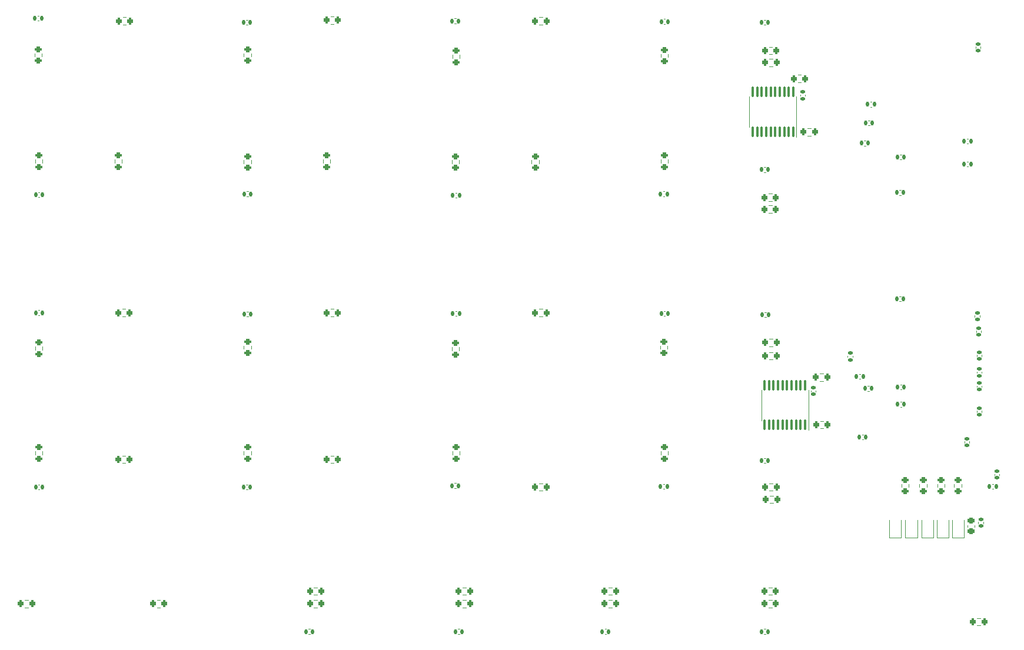
<source format=gbo>
%TF.GenerationSoftware,KiCad,Pcbnew,6.0.4-6f826c9f35~116~ubuntu20.04.1*%
%TF.CreationDate,2022-04-28T23:04:08-06:00*%
%TF.ProjectId,interface-brain,696e7465-7266-4616-9365-2d627261696e,rev?*%
%TF.SameCoordinates,Original*%
%TF.FileFunction,Legend,Bot*%
%TF.FilePolarity,Positive*%
%FSLAX46Y46*%
G04 Gerber Fmt 4.6, Leading zero omitted, Abs format (unit mm)*
G04 Created by KiCad (PCBNEW 6.0.4-6f826c9f35~116~ubuntu20.04.1) date 2022-04-28 23:04:08*
%MOMM*%
%LPD*%
G01*
G04 APERTURE LIST*
G04 Aperture macros list*
%AMRoundRect*
0 Rectangle with rounded corners*
0 $1 Rounding radius*
0 $2 $3 $4 $5 $6 $7 $8 $9 X,Y pos of 4 corners*
0 Add a 4 corners polygon primitive as box body*
4,1,4,$2,$3,$4,$5,$6,$7,$8,$9,$2,$3,0*
0 Add four circle primitives for the rounded corners*
1,1,$1+$1,$2,$3*
1,1,$1+$1,$4,$5*
1,1,$1+$1,$6,$7*
1,1,$1+$1,$8,$9*
0 Add four rect primitives between the rounded corners*
20,1,$1+$1,$2,$3,$4,$5,0*
20,1,$1+$1,$4,$5,$6,$7,0*
20,1,$1+$1,$6,$7,$8,$9,0*
20,1,$1+$1,$8,$9,$2,$3,0*%
G04 Aperture macros list end*
%ADD10C,0.120000*%
%ADD11R,1.700000X1.700000*%
%ADD12O,1.700000X1.700000*%
%ADD13C,3.200000*%
%ADD14R,2.000000X2.000000*%
%ADD15C,2.000000*%
%ADD16C,1.600000*%
%ADD17R,1.600000X1.600000*%
%ADD18RoundRect,0.140000X0.140000X0.170000X-0.140000X0.170000X-0.140000X-0.170000X0.140000X-0.170000X0*%
%ADD19RoundRect,0.200000X0.275000X-0.200000X0.275000X0.200000X-0.275000X0.200000X-0.275000X-0.200000X0*%
%ADD20R,0.450000X0.600000*%
%ADD21RoundRect,0.200000X-0.275000X0.200000X-0.275000X-0.200000X0.275000X-0.200000X0.275000X0.200000X0*%
%ADD22RoundRect,0.140000X-0.140000X-0.170000X0.140000X-0.170000X0.140000X0.170000X-0.140000X0.170000X0*%
%ADD23RoundRect,0.200000X-0.200000X-0.275000X0.200000X-0.275000X0.200000X0.275000X-0.200000X0.275000X0*%
%ADD24RoundRect,0.100000X0.100000X-0.637500X0.100000X0.637500X-0.100000X0.637500X-0.100000X-0.637500X0*%
%ADD25RoundRect,0.140000X-0.170000X0.140000X-0.170000X-0.140000X0.170000X-0.140000X0.170000X0.140000X0*%
%ADD26RoundRect,0.140000X0.170000X-0.140000X0.170000X0.140000X-0.170000X0.140000X-0.170000X-0.140000X0*%
%ADD27RoundRect,0.225000X-0.250000X0.225000X-0.250000X-0.225000X0.250000X-0.225000X0.250000X0.225000X0*%
G04 APERTURE END LIST*
D10*
%TO.C,C24*%
X147407836Y-45260000D02*
X147192164Y-45260000D01*
X147407836Y-44540000D02*
X147192164Y-44540000D01*
%TO.C,R18*%
X87077500Y-38237258D02*
X87077500Y-37762742D01*
X88122500Y-38237258D02*
X88122500Y-37762742D01*
%TO.C,R8*%
X159277500Y-100037258D02*
X159277500Y-99562742D01*
X160322500Y-100037258D02*
X160322500Y-99562742D01*
%TO.C,D1*%
X149950000Y-107300000D02*
X149950000Y-104750000D01*
X151650000Y-107300000D02*
X149950000Y-107300000D01*
X151650000Y-107300000D02*
X151650000Y-104750000D01*
%TO.C,R5*%
X151677500Y-100037258D02*
X151677500Y-99562742D01*
X152722500Y-100037258D02*
X152722500Y-99562742D01*
%TO.C,R9*%
X58122500Y-38037258D02*
X58122500Y-37562742D01*
X57077500Y-38037258D02*
X57077500Y-37562742D01*
%TO.C,R20*%
X88022500Y-52962742D02*
X88022500Y-53437258D01*
X86977500Y-52962742D02*
X86977500Y-53437258D01*
%TO.C,C21*%
X117607836Y-100260000D02*
X117392164Y-100260000D01*
X117607836Y-99540000D02*
X117392164Y-99540000D01*
%TO.C,R23*%
X27077500Y-94862742D02*
X27077500Y-95337258D01*
X28122500Y-94862742D02*
X28122500Y-95337258D01*
%TO.C,C50*%
X108992164Y-120440000D02*
X109207836Y-120440000D01*
X108992164Y-121160000D02*
X109207836Y-121160000D01*
%TO.C,C33*%
X131892164Y-54660000D02*
X132107836Y-54660000D01*
X131892164Y-53940000D02*
X132107836Y-53940000D01*
%TO.C,C3*%
X27707836Y-74540000D02*
X27492164Y-74540000D01*
X27707836Y-75260000D02*
X27492164Y-75260000D01*
%TO.C,R25*%
X162562742Y-119922500D02*
X163037258Y-119922500D01*
X162562742Y-118877500D02*
X163037258Y-118877500D01*
%TO.C,R31*%
X132562742Y-57777500D02*
X133037258Y-57777500D01*
X132562742Y-58822500D02*
X133037258Y-58822500D01*
%TO.C,R6*%
X154277500Y-100037258D02*
X154277500Y-99562742D01*
X155322500Y-100037258D02*
X155322500Y-99562742D01*
%TO.C,C29*%
X161307836Y-53140000D02*
X161092164Y-53140000D01*
X161307836Y-53860000D02*
X161092164Y-53860000D01*
%TO.C,U2*%
X138285000Y-88200000D02*
X138285000Y-86000000D01*
X131515000Y-88200000D02*
X131515000Y-90400000D01*
X138285000Y-88200000D02*
X138285000Y-91800000D01*
X131515000Y-88200000D02*
X131515000Y-86000000D01*
%TO.C,R3*%
X136762742Y-41722500D02*
X137237258Y-41722500D01*
X136762742Y-40677500D02*
X137237258Y-40677500D01*
%TO.C,C18*%
X117707836Y-33360000D02*
X117492164Y-33360000D01*
X117707836Y-32640000D02*
X117492164Y-32640000D01*
%TO.C,R35*%
X132562742Y-60522500D02*
X133037258Y-60522500D01*
X132562742Y-59477500D02*
X133037258Y-59477500D01*
%TO.C,C23*%
X151607836Y-72540000D02*
X151392164Y-72540000D01*
X151607836Y-73260000D02*
X151392164Y-73260000D01*
%TO.C,C10*%
X57707836Y-74740000D02*
X57492164Y-74740000D01*
X57707836Y-75460000D02*
X57492164Y-75460000D01*
%TO.C,C15*%
X87707836Y-58360000D02*
X87492164Y-58360000D01*
X87707836Y-57640000D02*
X87492164Y-57640000D01*
%TO.C,R7*%
X156877500Y-100037258D02*
X156877500Y-99562742D01*
X157922500Y-100037258D02*
X157922500Y-99562742D01*
%TO.C,R52*%
X109562742Y-115522500D02*
X110037258Y-115522500D01*
X109562742Y-114477500D02*
X110037258Y-114477500D01*
%TO.C,C12*%
X137140000Y-43492164D02*
X137140000Y-43707836D01*
X137860000Y-43492164D02*
X137860000Y-43707836D01*
%TO.C,C53*%
X164712164Y-99540000D02*
X164927836Y-99540000D01*
X164712164Y-100260000D02*
X164927836Y-100260000D01*
%TO.C,C19*%
X117607836Y-57440000D02*
X117392164Y-57440000D01*
X117607836Y-58160000D02*
X117392164Y-58160000D01*
%TO.C,R29*%
X39562742Y-95477500D02*
X40037258Y-95477500D01*
X39562742Y-96522500D02*
X40037258Y-96522500D01*
%TO.C,R21*%
X28122500Y-80237258D02*
X28122500Y-79762742D01*
X27077500Y-80237258D02*
X27077500Y-79762742D01*
%TO.C,C49*%
X87892164Y-121160000D02*
X88107836Y-121160000D01*
X87892164Y-120440000D02*
X88107836Y-120440000D01*
%TO.C,R28*%
X39562742Y-74377500D02*
X40037258Y-74377500D01*
X39562742Y-75422500D02*
X40037258Y-75422500D01*
%TO.C,C13*%
X139360000Y-86072164D02*
X139360000Y-86287836D01*
X138640000Y-86072164D02*
X138640000Y-86287836D01*
%TO.C,R51*%
X88562742Y-114477500D02*
X89037258Y-114477500D01*
X88562742Y-115522500D02*
X89037258Y-115522500D01*
%TO.C,R2*%
X139987742Y-91522500D02*
X140462258Y-91522500D01*
X139987742Y-90477500D02*
X140462258Y-90477500D01*
%TO.C,C27*%
X151492164Y-88460000D02*
X151707836Y-88460000D01*
X151492164Y-87740000D02*
X151707836Y-87740000D01*
%TO.C,C46*%
X161460000Y-93392164D02*
X161460000Y-93607836D01*
X160740000Y-93392164D02*
X160740000Y-93607836D01*
%TO.C,C42*%
X162540000Y-80972164D02*
X162540000Y-81187836D01*
X163260000Y-80972164D02*
X163260000Y-81187836D01*
%TO.C,C30*%
X163160000Y-77727836D02*
X163160000Y-77512164D01*
X162440000Y-77727836D02*
X162440000Y-77512164D01*
%TO.C,C38*%
X147007836Y-86160000D02*
X146792164Y-86160000D01*
X147007836Y-85440000D02*
X146792164Y-85440000D01*
%TO.C,D5*%
X156750000Y-107300000D02*
X156750000Y-104750000D01*
X158450000Y-107300000D02*
X156750000Y-107300000D01*
X158450000Y-107300000D02*
X158450000Y-104750000D01*
%TO.C,C34*%
X131992164Y-74840000D02*
X132207836Y-74840000D01*
X131992164Y-75560000D02*
X132207836Y-75560000D01*
%TO.C,D3*%
X154550000Y-107300000D02*
X154550000Y-104750000D01*
X156250000Y-107300000D02*
X156250000Y-104750000D01*
X156250000Y-107300000D02*
X154550000Y-107300000D01*
%TO.C,R19*%
X27077500Y-52862742D02*
X27077500Y-53337258D01*
X28122500Y-52862742D02*
X28122500Y-53337258D01*
%TO.C,R48*%
X99562742Y-75422500D02*
X100037258Y-75422500D01*
X99562742Y-74377500D02*
X100037258Y-74377500D01*
%TO.C,C2*%
X27707836Y-58260000D02*
X27492164Y-58260000D01*
X27707836Y-57540000D02*
X27492164Y-57540000D01*
%TO.C,R36*%
X132662742Y-81622500D02*
X133137258Y-81622500D01*
X132662742Y-80577500D02*
X133137258Y-80577500D01*
%TO.C,C14*%
X87607836Y-33260000D02*
X87392164Y-33260000D01*
X87607836Y-32540000D02*
X87392164Y-32540000D01*
%TO.C,D4*%
X158950000Y-107300000D02*
X158950000Y-104750000D01*
X160650000Y-107300000D02*
X158950000Y-107300000D01*
X160650000Y-107300000D02*
X160650000Y-104750000D01*
%TO.C,C6*%
X162210000Y-105459420D02*
X162210000Y-105740580D01*
X161190000Y-105459420D02*
X161190000Y-105740580D01*
%TO.C,C17*%
X87607836Y-99440000D02*
X87392164Y-99440000D01*
X87607836Y-100160000D02*
X87392164Y-100160000D01*
%TO.C,C35*%
X131912164Y-96560000D02*
X132127836Y-96560000D01*
X131912164Y-95840000D02*
X132127836Y-95840000D01*
%TO.C,C31*%
X162960000Y-75487836D02*
X162960000Y-75272164D01*
X162240000Y-75487836D02*
X162240000Y-75272164D01*
%TO.C,R17*%
X26977500Y-38037258D02*
X26977500Y-37562742D01*
X28022500Y-38037258D02*
X28022500Y-37562742D01*
%TO.C,R11*%
X57077500Y-52962742D02*
X57077500Y-53437258D01*
X58122500Y-52962742D02*
X58122500Y-53437258D01*
%TO.C,U1*%
X129815000Y-46000000D02*
X129815000Y-43800000D01*
X136585000Y-46000000D02*
X136585000Y-43800000D01*
X136585000Y-46000000D02*
X136585000Y-49600000D01*
X129815000Y-46000000D02*
X129815000Y-48200000D01*
%TO.C,R37*%
X132762742Y-102322500D02*
X133237258Y-102322500D01*
X132762742Y-101277500D02*
X133237258Y-101277500D01*
%TO.C,C9*%
X57707836Y-58160000D02*
X57492164Y-58160000D01*
X57707836Y-57440000D02*
X57492164Y-57440000D01*
%TO.C,R47*%
X99522500Y-53437258D02*
X99522500Y-52962742D01*
X98477500Y-53437258D02*
X98477500Y-52962742D01*
%TO.C,R32*%
X132662742Y-79722500D02*
X133137258Y-79722500D01*
X132662742Y-78677500D02*
X133137258Y-78677500D01*
%TO.C,C43*%
X145807836Y-83740000D02*
X145592164Y-83740000D01*
X145807836Y-84460000D02*
X145592164Y-84460000D01*
%TO.C,C39*%
X146207836Y-93160000D02*
X145992164Y-93160000D01*
X146207836Y-92440000D02*
X145992164Y-92440000D01*
%TO.C,C41*%
X161307836Y-49840000D02*
X161092164Y-49840000D01*
X161307836Y-50560000D02*
X161092164Y-50560000D01*
%TO.C,R14*%
X116977500Y-80137258D02*
X116977500Y-79662742D01*
X118022500Y-80137258D02*
X118022500Y-79662742D01*
%TO.C,R50*%
X67162742Y-114477500D02*
X67637258Y-114477500D01*
X67162742Y-115522500D02*
X67637258Y-115522500D01*
%TO.C,C51*%
X131892164Y-121160000D02*
X132107836Y-121160000D01*
X131892164Y-120440000D02*
X132107836Y-120440000D01*
%TO.C,C8*%
X57607836Y-32740000D02*
X57392164Y-32740000D01*
X57607836Y-33460000D02*
X57392164Y-33460000D01*
%TO.C,C28*%
X163260000Y-83372164D02*
X163260000Y-83587836D01*
X162540000Y-83372164D02*
X162540000Y-83587836D01*
%TO.C,R49*%
X99562742Y-100522500D02*
X100037258Y-100522500D01*
X99562742Y-99477500D02*
X100037258Y-99477500D01*
%TO.C,C16*%
X87707836Y-75360000D02*
X87492164Y-75360000D01*
X87707836Y-74640000D02*
X87492164Y-74640000D01*
%TO.C,C4*%
X27707836Y-99640000D02*
X27492164Y-99640000D01*
X27707836Y-100360000D02*
X27492164Y-100360000D01*
%TO.C,R53*%
X132562742Y-114477500D02*
X133037258Y-114477500D01*
X132562742Y-115522500D02*
X133037258Y-115522500D01*
%TO.C,R41*%
X69562742Y-95477500D02*
X70037258Y-95477500D01*
X69562742Y-96522500D02*
X70037258Y-96522500D01*
%TO.C,C1*%
X27607836Y-32860000D02*
X27392164Y-32860000D01*
X27607836Y-32140000D02*
X27392164Y-32140000D01*
%TO.C,R34*%
X132662742Y-39422500D02*
X133137258Y-39422500D01*
X132662742Y-38377500D02*
X133137258Y-38377500D01*
%TO.C,R42*%
X67162742Y-117322500D02*
X67637258Y-117322500D01*
X67162742Y-116277500D02*
X67637258Y-116277500D01*
%TO.C,R30*%
X132637742Y-36677500D02*
X133112258Y-36677500D01*
X132637742Y-37722500D02*
X133112258Y-37722500D01*
%TO.C,C25*%
X147107836Y-47960000D02*
X146892164Y-47960000D01*
X147107836Y-47240000D02*
X146892164Y-47240000D01*
%TO.C,C36*%
X151472164Y-52860000D02*
X151687836Y-52860000D01*
X151472164Y-52140000D02*
X151687836Y-52140000D01*
%TO.C,C37*%
X146507836Y-50860000D02*
X146292164Y-50860000D01*
X146507836Y-50140000D02*
X146292164Y-50140000D01*
%TO.C,R44*%
X109562742Y-117322500D02*
X110037258Y-117322500D01*
X109562742Y-116277500D02*
X110037258Y-116277500D01*
%TO.C,C52*%
X162540000Y-85607836D02*
X162540000Y-85392164D01*
X163260000Y-85607836D02*
X163260000Y-85392164D01*
%TO.C,R55*%
X44562742Y-116277500D02*
X45037258Y-116277500D01*
X44562742Y-117322500D02*
X45037258Y-117322500D01*
%TO.C,C44*%
X165040000Y-98092164D02*
X165040000Y-98307836D01*
X165760000Y-98092164D02*
X165760000Y-98307836D01*
%TO.C,R26*%
X39662742Y-32377500D02*
X40137258Y-32377500D01*
X39662742Y-33422500D02*
X40137258Y-33422500D01*
%TO.C,R27*%
X38477500Y-53337258D02*
X38477500Y-52862742D01*
X39522500Y-53337258D02*
X39522500Y-52862742D01*
%TO.C,C26*%
X151492164Y-85240000D02*
X151707836Y-85240000D01*
X151492164Y-85960000D02*
X151707836Y-85960000D01*
%TO.C,R38*%
X69562742Y-33322500D02*
X70037258Y-33322500D01*
X69562742Y-32277500D02*
X70037258Y-32277500D01*
%TO.C,C11*%
X57607836Y-100360000D02*
X57392164Y-100360000D01*
X57607836Y-99640000D02*
X57392164Y-99640000D01*
%TO.C,C40*%
X144660000Y-81307836D02*
X144660000Y-81092164D01*
X143940000Y-81307836D02*
X143940000Y-81092164D01*
%TO.C,R24*%
X88122500Y-94862742D02*
X88122500Y-95337258D01*
X87077500Y-94862742D02*
X87077500Y-95337258D01*
%TO.C,R40*%
X69562742Y-74377500D02*
X70037258Y-74377500D01*
X69562742Y-75422500D02*
X70037258Y-75422500D01*
%TO.C,R46*%
X99562742Y-32377500D02*
X100037258Y-32377500D01*
X99562742Y-33422500D02*
X100037258Y-33422500D01*
%TO.C,C20*%
X117707836Y-75360000D02*
X117492164Y-75360000D01*
X117707836Y-74640000D02*
X117492164Y-74640000D01*
%TO.C,R1*%
X138162742Y-49422500D02*
X138637258Y-49422500D01*
X138162742Y-48377500D02*
X138637258Y-48377500D01*
%TO.C,R4*%
X139962742Y-83677500D02*
X140437258Y-83677500D01*
X139962742Y-84722500D02*
X140437258Y-84722500D01*
%TO.C,R12*%
X117077500Y-52862742D02*
X117077500Y-53337258D01*
X118122500Y-52862742D02*
X118122500Y-53337258D01*
%TO.C,C47*%
X162540000Y-89207836D02*
X162540000Y-88992164D01*
X163260000Y-89207836D02*
X163260000Y-88992164D01*
%TO.C,R45*%
X132562742Y-117322500D02*
X133037258Y-117322500D01*
X132562742Y-116277500D02*
X133037258Y-116277500D01*
%TO.C,R39*%
X69522500Y-53337258D02*
X69522500Y-52862742D01*
X68477500Y-53337258D02*
X68477500Y-52862742D01*
%TO.C,R16*%
X117077500Y-94862742D02*
X117077500Y-95337258D01*
X118122500Y-94862742D02*
X118122500Y-95337258D01*
%TO.C,R13*%
X57077500Y-80137258D02*
X57077500Y-79662742D01*
X58122500Y-80137258D02*
X58122500Y-79662742D01*
%TO.C,C5*%
X162740000Y-104992164D02*
X162740000Y-105207836D01*
X163460000Y-104992164D02*
X163460000Y-105207836D01*
%TO.C,R54*%
X25562742Y-116277500D02*
X26037258Y-116277500D01*
X25562742Y-117322500D02*
X26037258Y-117322500D01*
%TO.C,R33*%
X132662742Y-100522500D02*
X133137258Y-100522500D01*
X132662742Y-99477500D02*
X133137258Y-99477500D01*
%TO.C,R43*%
X88562742Y-116277500D02*
X89037258Y-116277500D01*
X88562742Y-117322500D02*
X89037258Y-117322500D01*
%TO.C,C48*%
X66392164Y-120440000D02*
X66607836Y-120440000D01*
X66392164Y-121160000D02*
X66607836Y-121160000D01*
%TO.C,R15*%
X58122500Y-94862742D02*
X58122500Y-95337258D01*
X57077500Y-94862742D02*
X57077500Y-95337258D01*
%TO.C,C32*%
X131912164Y-32740000D02*
X132127836Y-32740000D01*
X131912164Y-33460000D02*
X132127836Y-33460000D01*
%TO.C,C22*%
X162340000Y-36827836D02*
X162340000Y-36612164D01*
X163060000Y-36827836D02*
X163060000Y-36612164D01*
%TO.C,R10*%
X118122500Y-38137258D02*
X118122500Y-37662742D01*
X117077500Y-38137258D02*
X117077500Y-37662742D01*
%TO.C,R22*%
X86977500Y-80337258D02*
X86977500Y-79862742D01*
X88022500Y-80337258D02*
X88022500Y-79862742D01*
%TO.C,D2*%
X152250000Y-107300000D02*
X152250000Y-104750000D01*
X153950000Y-107300000D02*
X152250000Y-107300000D01*
X153950000Y-107300000D02*
X153950000Y-104750000D01*
%TO.C,C45*%
X151392164Y-57240000D02*
X151607836Y-57240000D01*
X151392164Y-57960000D02*
X151607836Y-57960000D01*
%TD*%
%LPC*%
D11*
%TO.C,J8*%
X55000000Y-77000000D03*
D12*
X57540000Y-77000000D03*
X60080000Y-77000000D03*
%TD*%
D11*
%TO.C,J25*%
X129475000Y-98000000D03*
D12*
X132015000Y-98000000D03*
X134555000Y-98000000D03*
%TD*%
D11*
%TO.C,J29*%
X69000000Y-98000000D03*
D12*
X71540000Y-98000000D03*
%TD*%
D11*
%TO.C,J19*%
X39000000Y-56000000D03*
D12*
X41540000Y-56000000D03*
%TD*%
D11*
%TO.C,J13*%
X85000000Y-98000000D03*
D12*
X87540000Y-98000000D03*
X90080000Y-98000000D03*
%TD*%
D11*
%TO.C,J31*%
X85475000Y-119000000D03*
D12*
X88015000Y-119000000D03*
X90555000Y-119000000D03*
%TD*%
D13*
%TO.C,H4*%
X49000000Y-35000000D03*
%TD*%
D11*
%TO.C,J11*%
X85000000Y-56000000D03*
D12*
X87540000Y-56000000D03*
X90080000Y-56000000D03*
%TD*%
D14*
%TO.C,C7*%
X158000000Y-114000000D03*
D15*
X153000000Y-114000000D03*
%TD*%
D11*
%TO.C,J35*%
X99000000Y-56000000D03*
D12*
X101540000Y-56000000D03*
%TD*%
D11*
%TO.C,J10*%
X85000000Y-35000000D03*
D12*
X87540000Y-35000000D03*
X90080000Y-35000000D03*
%TD*%
D11*
%TO.C,J6*%
X55000000Y-35000000D03*
D12*
X57540000Y-35000000D03*
X60080000Y-35000000D03*
%TD*%
D11*
%TO.C,J16*%
X115000000Y-77000000D03*
D12*
X117540000Y-77000000D03*
X120080000Y-77000000D03*
%TD*%
D11*
%TO.C,J26*%
X69000000Y-35000000D03*
D12*
X71540000Y-35000000D03*
%TD*%
D11*
%TO.C,J20*%
X39000000Y-77000000D03*
D12*
X41540000Y-77000000D03*
%TD*%
D11*
%TO.C,J30*%
X64000000Y-119000000D03*
D12*
X66540000Y-119000000D03*
X69080000Y-119000000D03*
%TD*%
D11*
%TO.C,J4*%
X25000000Y-77000000D03*
D12*
X27540000Y-77000000D03*
X30080000Y-77000000D03*
%TD*%
D11*
%TO.C,J17*%
X115000000Y-98000000D03*
D12*
X117540000Y-98000000D03*
X120080000Y-98000000D03*
%TD*%
D11*
%TO.C,J7*%
X55000000Y-56000000D03*
D12*
X57540000Y-56000000D03*
X60080000Y-56000000D03*
%TD*%
D16*
%TO.C,U3*%
X151920000Y-83007969D03*
X162080000Y-39827969D03*
X164620000Y-37287969D03*
X164620000Y-39827969D03*
X164620000Y-42367969D03*
X164620000Y-44907969D03*
X164620000Y-47447969D03*
X164620000Y-49987969D03*
X164620000Y-52527969D03*
X164620000Y-55067969D03*
X164620000Y-57607969D03*
X164620000Y-60147969D03*
X164620000Y-62687969D03*
X164620000Y-65227969D03*
X164620000Y-67767969D03*
X164620000Y-70307969D03*
X164620000Y-72847969D03*
X164620000Y-75387969D03*
X164620000Y-77927969D03*
X164620000Y-80467969D03*
X164620000Y-83007969D03*
X164620000Y-85547969D03*
X164620000Y-88087969D03*
X164620000Y-90627969D03*
X164620000Y-93167969D03*
X164620000Y-95707969D03*
X149380000Y-95707969D03*
X149380000Y-93167969D03*
X149380000Y-90627969D03*
X149380000Y-88087969D03*
X149380000Y-85547969D03*
X149380000Y-83007969D03*
X149380000Y-80467969D03*
X149380000Y-77927969D03*
X149380000Y-75387969D03*
X149380000Y-72847969D03*
X149380000Y-70307969D03*
X149380000Y-67767969D03*
X149380000Y-65227969D03*
X149380000Y-62687969D03*
X149380000Y-60147969D03*
X149380000Y-57607969D03*
X149380000Y-55067969D03*
X149380000Y-52527969D03*
X149380000Y-49987969D03*
X149380000Y-47447969D03*
X149380000Y-44907969D03*
X149380000Y-42367969D03*
X149380000Y-39827969D03*
D17*
X149380000Y-37287969D03*
%TD*%
D11*
%TO.C,J27*%
X69000000Y-56000000D03*
D12*
X71540000Y-56000000D03*
%TD*%
D13*
%TO.C,H2*%
X35000000Y-119000000D03*
%TD*%
D11*
%TO.C,J24*%
X129475000Y-77100000D03*
D12*
X132015000Y-77100000D03*
X134555000Y-77100000D03*
%TD*%
D11*
%TO.C,J37*%
X99000000Y-98000000D03*
D12*
X101540000Y-98000000D03*
%TD*%
D13*
%TO.C,H1*%
X142000000Y-35000000D03*
%TD*%
D11*
%TO.C,J39*%
X43998849Y-119000000D03*
D12*
X46538849Y-119000000D03*
%TD*%
D11*
%TO.C,J2*%
X25000000Y-35000000D03*
D12*
X27540000Y-35000000D03*
X30080000Y-35000000D03*
%TD*%
D11*
%TO.C,J38*%
X25130000Y-119000000D03*
D12*
X27670000Y-119000000D03*
%TD*%
D11*
%TO.C,J22*%
X129475000Y-35100000D03*
D12*
X132015000Y-35100000D03*
X134555000Y-35100000D03*
%TD*%
D11*
%TO.C,J5*%
X25000000Y-98000000D03*
D12*
X27540000Y-98000000D03*
X30080000Y-98000000D03*
%TD*%
D11*
%TO.C,J23*%
X129475000Y-56100000D03*
D12*
X132015000Y-56100000D03*
X134555000Y-56100000D03*
%TD*%
D11*
%TO.C,J15*%
X115000000Y-56000000D03*
D12*
X117540000Y-56000000D03*
X120080000Y-56000000D03*
%TD*%
D11*
%TO.C,J28*%
X69000000Y-77000000D03*
D12*
X71540000Y-77000000D03*
%TD*%
D11*
%TO.C,J1*%
X149680000Y-102810000D03*
D12*
X152220000Y-102810000D03*
X154760000Y-102810000D03*
X157300000Y-102810000D03*
X159840000Y-102810000D03*
X162380000Y-102810000D03*
%TD*%
D11*
%TO.C,J14*%
X115000000Y-35000000D03*
D12*
X117540000Y-35000000D03*
X120080000Y-35000000D03*
%TD*%
D11*
%TO.C,J21*%
X39000000Y-98000000D03*
D12*
X41540000Y-98000000D03*
%TD*%
D11*
%TO.C,J32*%
X106475000Y-119000000D03*
D12*
X109015000Y-119000000D03*
X111555000Y-119000000D03*
%TD*%
D11*
%TO.C,J9*%
X55000000Y-98000000D03*
D12*
X57540000Y-98000000D03*
X60080000Y-98000000D03*
%TD*%
D11*
%TO.C,J33*%
X129475000Y-119000000D03*
D12*
X132015000Y-119000000D03*
X134555000Y-119000000D03*
%TD*%
D11*
%TO.C,J36*%
X99000000Y-77000000D03*
D12*
X101540000Y-77000000D03*
%TD*%
D11*
%TO.C,J3*%
X25000000Y-56000000D03*
D12*
X27540000Y-56000000D03*
X30080000Y-56000000D03*
%TD*%
D11*
%TO.C,J18*%
X39000000Y-35000000D03*
D12*
X41540000Y-35000000D03*
%TD*%
D13*
%TO.C,H3*%
X142711346Y-119000000D03*
%TD*%
D11*
%TO.C,J34*%
X99000000Y-35000000D03*
D12*
X101540000Y-35000000D03*
%TD*%
D11*
%TO.C,J12*%
X85000000Y-77000000D03*
D12*
X87540000Y-77000000D03*
X90080000Y-77000000D03*
%TD*%
D18*
%TO.C,C24*%
X147780000Y-44900000D03*
X146820000Y-44900000D03*
%TD*%
D19*
%TO.C,R18*%
X87600000Y-38825000D03*
X87600000Y-37175000D03*
%TD*%
%TO.C,R8*%
X159800000Y-100625000D03*
X159800000Y-98975000D03*
%TD*%
D20*
%TO.C,D1*%
X150800000Y-106850000D03*
X150800000Y-104750000D03*
%TD*%
D19*
%TO.C,R5*%
X152200000Y-100625000D03*
X152200000Y-98975000D03*
%TD*%
%TO.C,R9*%
X57600000Y-38625000D03*
X57600000Y-36975000D03*
%TD*%
D21*
%TO.C,R20*%
X87500000Y-52375000D03*
X87500000Y-54025000D03*
%TD*%
D18*
%TO.C,C21*%
X117980000Y-99900000D03*
X117020000Y-99900000D03*
%TD*%
D21*
%TO.C,R23*%
X27600000Y-94275000D03*
X27600000Y-95925000D03*
%TD*%
D22*
%TO.C,C50*%
X108620000Y-120800000D03*
X109580000Y-120800000D03*
%TD*%
%TO.C,C33*%
X131520000Y-54300000D03*
X132480000Y-54300000D03*
%TD*%
D18*
%TO.C,C3*%
X28080000Y-74900000D03*
X27120000Y-74900000D03*
%TD*%
D23*
%TO.C,R25*%
X161975000Y-119400000D03*
X163625000Y-119400000D03*
%TD*%
%TO.C,R31*%
X131975000Y-58300000D03*
X133625000Y-58300000D03*
%TD*%
D19*
%TO.C,R6*%
X154800000Y-100625000D03*
X154800000Y-98975000D03*
%TD*%
D18*
%TO.C,C29*%
X161680000Y-53500000D03*
X160720000Y-53500000D03*
%TD*%
D24*
%TO.C,U2*%
X137825000Y-91062500D03*
X137175000Y-91062500D03*
X136525000Y-91062500D03*
X135875000Y-91062500D03*
X135225000Y-91062500D03*
X134575000Y-91062500D03*
X133925000Y-91062500D03*
X133275000Y-91062500D03*
X132625000Y-91062500D03*
X131975000Y-91062500D03*
X131975000Y-85337500D03*
X132625000Y-85337500D03*
X133275000Y-85337500D03*
X133925000Y-85337500D03*
X134575000Y-85337500D03*
X135225000Y-85337500D03*
X135875000Y-85337500D03*
X136525000Y-85337500D03*
X137175000Y-85337500D03*
X137825000Y-85337500D03*
%TD*%
D23*
%TO.C,R3*%
X136175000Y-41200000D03*
X137825000Y-41200000D03*
%TD*%
D18*
%TO.C,C18*%
X118080000Y-33000000D03*
X117120000Y-33000000D03*
%TD*%
D23*
%TO.C,R35*%
X131975000Y-60000000D03*
X133625000Y-60000000D03*
%TD*%
D18*
%TO.C,C23*%
X151980000Y-72900000D03*
X151020000Y-72900000D03*
%TD*%
%TO.C,C10*%
X57120000Y-75100000D03*
X58080000Y-75100000D03*
%TD*%
%TO.C,C15*%
X88080000Y-58000000D03*
X87120000Y-58000000D03*
%TD*%
D19*
%TO.C,R7*%
X157400000Y-100625000D03*
X157400000Y-98975000D03*
%TD*%
D23*
%TO.C,R52*%
X108975000Y-115000000D03*
X110625000Y-115000000D03*
%TD*%
D25*
%TO.C,C12*%
X137500000Y-43120000D03*
X137500000Y-44080000D03*
%TD*%
D22*
%TO.C,C53*%
X164340000Y-99900000D03*
X165300000Y-99900000D03*
%TD*%
D18*
%TO.C,C19*%
X117980000Y-57800000D03*
X117020000Y-57800000D03*
%TD*%
D23*
%TO.C,R29*%
X38975000Y-96000000D03*
X40625000Y-96000000D03*
%TD*%
D19*
%TO.C,R21*%
X27600000Y-80825000D03*
X27600000Y-79175000D03*
%TD*%
D22*
%TO.C,C49*%
X87520000Y-120800000D03*
X88480000Y-120800000D03*
%TD*%
D23*
%TO.C,R28*%
X38975000Y-74900000D03*
X40625000Y-74900000D03*
%TD*%
D25*
%TO.C,C13*%
X139000000Y-85700000D03*
X139000000Y-86660000D03*
%TD*%
D23*
%TO.C,R51*%
X87975000Y-115000000D03*
X89625000Y-115000000D03*
%TD*%
%TO.C,R2*%
X139400000Y-91000000D03*
X141050000Y-91000000D03*
%TD*%
D22*
%TO.C,C27*%
X151120000Y-88100000D03*
X152080000Y-88100000D03*
%TD*%
D25*
%TO.C,C46*%
X161100000Y-93020000D03*
X161100000Y-93980000D03*
%TD*%
%TO.C,C42*%
X162900000Y-80600000D03*
X162900000Y-81560000D03*
%TD*%
D26*
%TO.C,C30*%
X162800000Y-78100000D03*
X162800000Y-77140000D03*
%TD*%
D18*
%TO.C,C38*%
X147380000Y-85800000D03*
X146420000Y-85800000D03*
%TD*%
D20*
%TO.C,D5*%
X157600000Y-106850000D03*
X157600000Y-104750000D03*
%TD*%
D22*
%TO.C,C34*%
X131620000Y-75200000D03*
X132580000Y-75200000D03*
%TD*%
D20*
%TO.C,D3*%
X155400000Y-106850000D03*
X155400000Y-104750000D03*
%TD*%
D21*
%TO.C,R19*%
X27600000Y-52275000D03*
X27600000Y-53925000D03*
%TD*%
D23*
%TO.C,R48*%
X98975000Y-74900000D03*
X100625000Y-74900000D03*
%TD*%
D18*
%TO.C,C2*%
X28080000Y-57900000D03*
X27120000Y-57900000D03*
%TD*%
D23*
%TO.C,R36*%
X132075000Y-81100000D03*
X133725000Y-81100000D03*
%TD*%
D18*
%TO.C,C14*%
X87980000Y-32900000D03*
X87020000Y-32900000D03*
%TD*%
D20*
%TO.C,D4*%
X159800000Y-106850000D03*
X159800000Y-104750000D03*
%TD*%
D27*
%TO.C,C6*%
X161700000Y-104825000D03*
X161700000Y-106375000D03*
%TD*%
D18*
%TO.C,C17*%
X87980000Y-99800000D03*
X87020000Y-99800000D03*
%TD*%
D22*
%TO.C,C35*%
X131540000Y-96200000D03*
X132500000Y-96200000D03*
%TD*%
D26*
%TO.C,C31*%
X162600000Y-75860000D03*
X162600000Y-74900000D03*
%TD*%
D19*
%TO.C,R17*%
X27500000Y-38625000D03*
X27500000Y-36975000D03*
%TD*%
D21*
%TO.C,R11*%
X57600000Y-52375000D03*
X57600000Y-54025000D03*
%TD*%
D24*
%TO.C,U1*%
X136125000Y-48862500D03*
X135475000Y-48862500D03*
X134825000Y-48862500D03*
X134175000Y-48862500D03*
X133525000Y-48862500D03*
X132875000Y-48862500D03*
X132225000Y-48862500D03*
X131575000Y-48862500D03*
X130925000Y-48862500D03*
X130275000Y-48862500D03*
X130275000Y-43137500D03*
X130925000Y-43137500D03*
X131575000Y-43137500D03*
X132225000Y-43137500D03*
X132875000Y-43137500D03*
X133525000Y-43137500D03*
X134175000Y-43137500D03*
X134825000Y-43137500D03*
X135475000Y-43137500D03*
X136125000Y-43137500D03*
%TD*%
D23*
%TO.C,R37*%
X132175000Y-101800000D03*
X133825000Y-101800000D03*
%TD*%
D18*
%TO.C,C9*%
X58080000Y-57800000D03*
X57120000Y-57800000D03*
%TD*%
D19*
%TO.C,R47*%
X99000000Y-54025000D03*
X99000000Y-52375000D03*
%TD*%
D23*
%TO.C,R32*%
X132075000Y-79200000D03*
X133725000Y-79200000D03*
%TD*%
D18*
%TO.C,C43*%
X146180000Y-84100000D03*
X145220000Y-84100000D03*
%TD*%
%TO.C,C39*%
X146580000Y-92800000D03*
X145620000Y-92800000D03*
%TD*%
%TO.C,C41*%
X161680000Y-50200000D03*
X160720000Y-50200000D03*
%TD*%
D19*
%TO.C,R14*%
X117500000Y-80725000D03*
X117500000Y-79075000D03*
%TD*%
D23*
%TO.C,R50*%
X66575000Y-115000000D03*
X68225000Y-115000000D03*
%TD*%
D22*
%TO.C,C51*%
X131520000Y-120800000D03*
X132480000Y-120800000D03*
%TD*%
D18*
%TO.C,C8*%
X57980000Y-33100000D03*
X57020000Y-33100000D03*
%TD*%
D25*
%TO.C,C28*%
X162900000Y-83000000D03*
X162900000Y-83960000D03*
%TD*%
D23*
%TO.C,R49*%
X98975000Y-100000000D03*
X100625000Y-100000000D03*
%TD*%
D18*
%TO.C,C16*%
X88080000Y-75000000D03*
X87120000Y-75000000D03*
%TD*%
%TO.C,C4*%
X28080000Y-100000000D03*
X27120000Y-100000000D03*
%TD*%
D23*
%TO.C,R53*%
X131975000Y-115000000D03*
X133625000Y-115000000D03*
%TD*%
%TO.C,R41*%
X68975000Y-96000000D03*
X70625000Y-96000000D03*
%TD*%
D18*
%TO.C,C1*%
X27980000Y-32500000D03*
X27020000Y-32500000D03*
%TD*%
D23*
%TO.C,R34*%
X132075000Y-38900000D03*
X133725000Y-38900000D03*
%TD*%
%TO.C,R42*%
X66575000Y-116800000D03*
X68225000Y-116800000D03*
%TD*%
%TO.C,R30*%
X132050000Y-37200000D03*
X133700000Y-37200000D03*
%TD*%
D18*
%TO.C,C25*%
X146520000Y-47600000D03*
X147480000Y-47600000D03*
%TD*%
D22*
%TO.C,C36*%
X151100000Y-52500000D03*
X152060000Y-52500000D03*
%TD*%
D18*
%TO.C,C37*%
X145920000Y-50500000D03*
X146880000Y-50500000D03*
%TD*%
D23*
%TO.C,R44*%
X108975000Y-116800000D03*
X110625000Y-116800000D03*
%TD*%
D26*
%TO.C,C52*%
X162900000Y-85980000D03*
X162900000Y-85020000D03*
%TD*%
D23*
%TO.C,R55*%
X43975000Y-116800000D03*
X45625000Y-116800000D03*
%TD*%
D25*
%TO.C,C44*%
X165400000Y-97720000D03*
X165400000Y-98680000D03*
%TD*%
D23*
%TO.C,R26*%
X39075000Y-32900000D03*
X40725000Y-32900000D03*
%TD*%
D19*
%TO.C,R27*%
X39000000Y-53925000D03*
X39000000Y-52275000D03*
%TD*%
D22*
%TO.C,C26*%
X151120000Y-85600000D03*
X152080000Y-85600000D03*
%TD*%
D23*
%TO.C,R38*%
X68975000Y-32800000D03*
X70625000Y-32800000D03*
%TD*%
D18*
%TO.C,C11*%
X57980000Y-100000000D03*
X57020000Y-100000000D03*
%TD*%
D26*
%TO.C,C40*%
X144300000Y-81680000D03*
X144300000Y-80720000D03*
%TD*%
D21*
%TO.C,R24*%
X87600000Y-94275000D03*
X87600000Y-95925000D03*
%TD*%
D23*
%TO.C,R40*%
X68975000Y-74900000D03*
X70625000Y-74900000D03*
%TD*%
%TO.C,R46*%
X98975000Y-32900000D03*
X100625000Y-32900000D03*
%TD*%
D18*
%TO.C,C20*%
X118080000Y-75000000D03*
X117120000Y-75000000D03*
%TD*%
D23*
%TO.C,R1*%
X137575000Y-48900000D03*
X139225000Y-48900000D03*
%TD*%
%TO.C,R4*%
X139375000Y-84200000D03*
X141025000Y-84200000D03*
%TD*%
D21*
%TO.C,R12*%
X117600000Y-52275000D03*
X117600000Y-53925000D03*
%TD*%
D26*
%TO.C,C47*%
X162900000Y-89580000D03*
X162900000Y-88620000D03*
%TD*%
D23*
%TO.C,R45*%
X131975000Y-116800000D03*
X133625000Y-116800000D03*
%TD*%
D19*
%TO.C,R39*%
X69000000Y-53925000D03*
X69000000Y-52275000D03*
%TD*%
D21*
%TO.C,R16*%
X117600000Y-94275000D03*
X117600000Y-95925000D03*
%TD*%
D19*
%TO.C,R13*%
X57600000Y-80725000D03*
X57600000Y-79075000D03*
%TD*%
D25*
%TO.C,C5*%
X163100000Y-104620000D03*
X163100000Y-105580000D03*
%TD*%
D23*
%TO.C,R54*%
X24975000Y-116800000D03*
X26625000Y-116800000D03*
%TD*%
%TO.C,R33*%
X132075000Y-100000000D03*
X133725000Y-100000000D03*
%TD*%
%TO.C,R43*%
X87975000Y-116800000D03*
X89625000Y-116800000D03*
%TD*%
D22*
%TO.C,C48*%
X66020000Y-120800000D03*
X66980000Y-120800000D03*
%TD*%
D21*
%TO.C,R15*%
X57600000Y-94275000D03*
X57600000Y-95925000D03*
%TD*%
D22*
%TO.C,C32*%
X131540000Y-33100000D03*
X132500000Y-33100000D03*
%TD*%
D26*
%TO.C,C22*%
X162700000Y-37200000D03*
X162700000Y-36240000D03*
%TD*%
D19*
%TO.C,R10*%
X117600000Y-38725000D03*
X117600000Y-37075000D03*
%TD*%
%TO.C,R22*%
X87500000Y-80925000D03*
X87500000Y-79275000D03*
%TD*%
D20*
%TO.C,D2*%
X153100000Y-104750000D03*
X153100000Y-106850000D03*
%TD*%
D22*
%TO.C,C45*%
X151020000Y-57600000D03*
X151980000Y-57600000D03*
%TD*%
M02*

</source>
